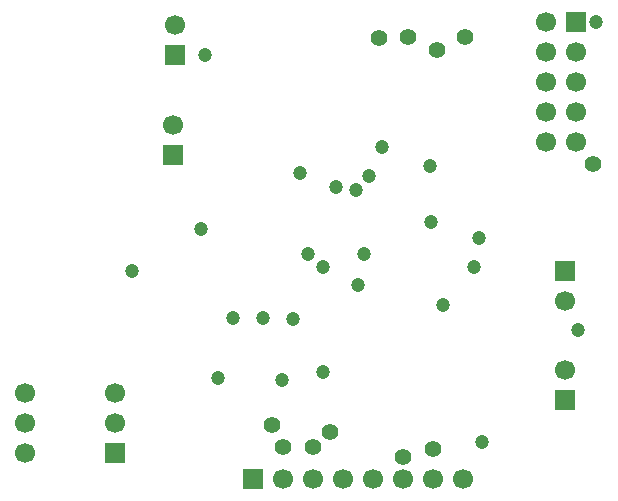
<source format=gbr>
G04 DipTrace 3.2.0.1*
G04 BottomMask.gbr*
%MOIN*%
G04 #@! TF.FileFunction,Soldermask,Bot*
G04 #@! TF.Part,Single*
%ADD38C,0.047244*%
%ADD43C,0.055118*%
%ADD45C,0.055874*%
%ADD62C,0.066929*%
%ADD64R,0.066929X0.066929*%
%FSLAX26Y26*%
G04*
G70*
G90*
G75*
G01*
G04 BotMask*
%LPD*%
D43*
X1787304Y604803D3*
X1887294Y629801D3*
X2418488Y1579701D3*
X1899793Y1960911D3*
X1706063Y1998407D3*
X1349850Y711042D3*
X1543580Y686045D3*
X1487336Y636050D3*
X1387346D3*
D38*
X1468701Y1280165D3*
X1656567D3*
X1563173Y1503169D3*
X2039323Y1332728D3*
X1318701Y1067374D3*
X2021606Y1236858D3*
X1517913D3*
X1441780Y1548268D3*
X1519610Y887713D3*
X2049777Y654798D3*
X881150Y1223488D3*
X2429173Y2054650D3*
X1917417Y1110681D3*
X1636882Y1177929D3*
X1629720Y1492768D3*
X1673028Y1539421D3*
X1111157Y1361953D3*
X2368055Y1025984D3*
X1716335Y1635287D3*
X1874795Y1573451D3*
X1127335Y1942161D3*
X1877906Y1386075D3*
X1218701Y1067374D3*
X1168701Y866524D3*
X1381097Y861026D3*
X1418701Y1063437D3*
D64*
X1018635Y1610948D3*
D62*
Y1710948D3*
D64*
X1287357Y529811D3*
D62*
X1387357D3*
X1487357D3*
X1587357D3*
X1687357D3*
X1787357D3*
X1887357D3*
X1987357D3*
D64*
X2362244Y2054651D3*
D62*
X2262244D3*
X2362244Y1954651D3*
X2262244D3*
X2362244Y1854651D3*
X2262244D3*
X2362244Y1754651D3*
X2262244D3*
X2362244Y1654651D3*
X2262244D3*
D64*
X2324748Y792283D3*
D62*
Y892283D3*
D64*
Y1223488D3*
D62*
Y1123488D3*
D64*
X1024885Y1942163D3*
D62*
Y2042163D3*
D64*
X824906Y617302D3*
D62*
Y717302D3*
Y817302D3*
X524906D3*
Y717302D3*
Y617302D3*
D45*
X1993533Y2004656D3*
X1803533D3*
M02*

</source>
